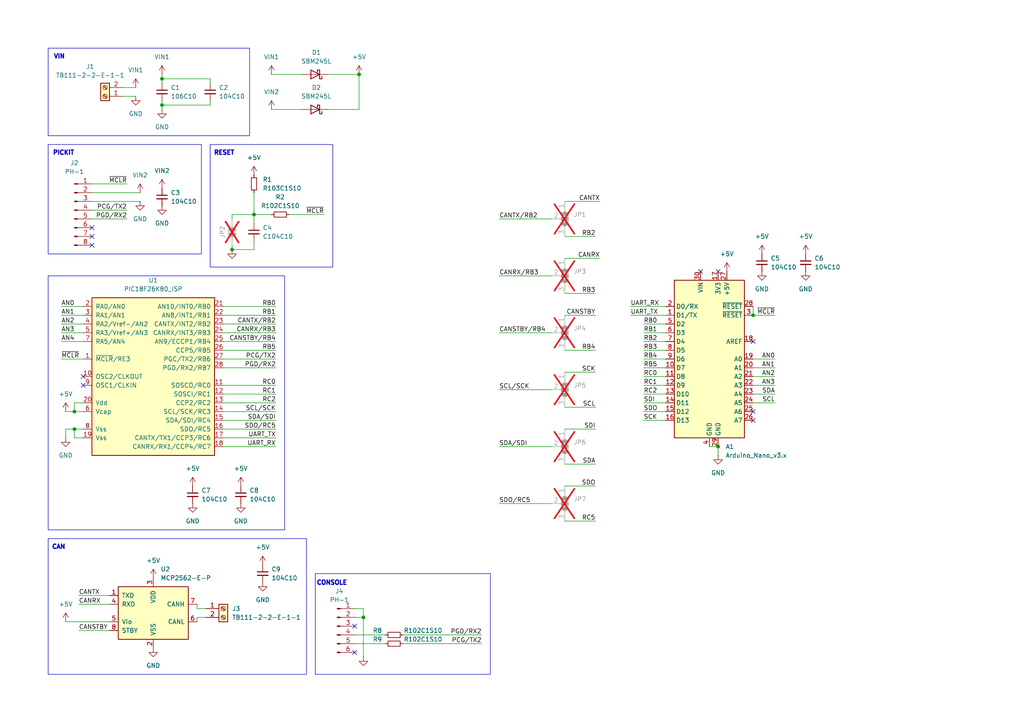
<source format=kicad_sch>
(kicad_sch (version 20250114) (generator "eeschema") (generator_version "9.0")
  (paper "A4")
  (lib_symbols
    (symbol "01_Akizuki:TB111-2-2-X-1-1" (pin_names (offset 1.016) (hide yes))
      (property "Reference" "J" (at 0 2.54 0))
      (property "Value" "TB111-2-2-X-1-1" (at 0 -5.08 0))
      (symbol "TB111-2-2-X-1-1_1_1"
        (rectangle (start -1.27 1.27) (end 1.27 -3.81) (stroke (width 0.254)) (fill (type background)))
        (polyline (pts (xy -0.5334 0.3302) (xy 0.3302 -0.508)) (stroke (width 0.1524)))
        (polyline (pts (xy -0.5334 -2.2098) (xy 0.3302 -3.048)) (stroke (width 0.1524)))
        (polyline (pts (xy -0.3556 0.508) (xy 0.508 -0.3302)) (stroke (width 0.1524)))
        (polyline (pts (xy -0.3556 -2.032) (xy 0.508 -2.8702)) (stroke (width 0.1524)))
        (circle (center 0 0) (radius 0.635) (stroke (width 0.1524)))
        (circle (center 0 -2.54) (radius 0.635) (stroke (width 0.1524)))
        (pin passive line (at -5.08 0 0) (length 3.81) (name "Pin_1") (number "1"))
        (pin passive line (at -5.08 -2.54 0) (length 3.81) (name "Pin_2") (number "2"))
      )
    )
    (symbol "Connector:Conn_01x06_Pin" (pin_names (offset 1.016) (hide yes))
      (property "Reference" "J" (at 0 7.62 0))
      (property "Value" "Conn_01x06_Pin" (at 0 -10.16 0))
      (symbol "Conn_01x06_Pin_1_1"
        (rectangle (start 0.8636 5.207) (end 0 4.953) (stroke (width 0.1524)) (fill (type outline)))
        (rectangle (start 0.8636 2.667) (end 0 2.413) (stroke (width 0.1524)) (fill (type outline)))
        (rectangle (start 0.8636 0.127) (end 0 -0.127) (stroke (width 0.1524)) (fill (type outline)))
        (rectangle (start 0.8636 -2.413) (end 0 -2.667) (stroke (width 0.1524)) (fill (type outline)))
        (rectangle (start 0.8636 -4.953) (end 0 -5.207) (stroke (width 0.1524)) (fill (type outline)))
        (rectangle (start 0.8636 -7.493) (end 0 -7.747) (stroke (width 0.1524)) (fill (type outline)))
        (polyline (pts (xy 1.27 5.08) (xy 0.8636 5.08)) (stroke (width 0.1524)))
        (polyline (pts (xy 1.27 2.54) (xy 0.8636 2.54)) (stroke (width 0.1524)))
        (polyline (pts (xy 1.27 0) (xy 0.8636 0)) (stroke (width 0.1524)))
        (polyline (pts (xy 1.27 -2.54) (xy 0.8636 -2.54)) (stroke (width 0.1524)))
        (polyline (pts (xy 1.27 -5.08) (xy 0.8636 -5.08)) (stroke (width 0.1524)))
        (polyline (pts (xy 1.27 -7.62) (xy 0.8636 -7.62)) (stroke (width 0.1524)))
        (pin passive line (at 5.08 5.08 180) (length 3.81) (name "Pin_1") (number "1"))
        (pin passive line (at 5.08 2.54 180) (length 3.81) (name "Pin_2") (number "2"))
        (pin passive line (at 5.08 0 180) (length 3.81) (name "Pin_3") (number "3"))
        (pin passive line (at 5.08 -2.54 180) (length 3.81) (name "Pin_4") (number "4"))
        (pin passive line (at 5.08 -5.08 180) (length 3.81) (name "Pin_5") (number "5"))
        (pin passive line (at 5.08 -7.62 180) (length 3.81) (name "Pin_6") (number "6"))
      )
    )
    (symbol "Connector:Conn_01x08_Pin" (pin_names (offset 1.016) (hide yes))
      (property "Reference" "J" (at 0 10.16 0))
      (property "Value" "Conn_01x08_Pin" (at 0 -12.7 0))
      (symbol "Conn_01x08_Pin_1_1"
        (rectangle (start 0.8636 7.747) (end 0 7.493) (stroke (width 0.1524)) (fill (type outline)))
        (rectangle (start 0.8636 5.207) (end 0 4.953) (stroke (width 0.1524)) (fill (type outline)))
        (rectangle (start 0.8636 2.667) (end 0 2.413) (stroke (width 0.1524)) (fill (type outline)))
        (rectangle (start 0.8636 0.127) (end 0 -0.127) (stroke (width 0.1524)) (fill (type outline)))
        (rectangle (start 0.8636 -2.413) (end 0 -2.667) (stroke (width 0.1524)) (fill (type outline)))
        (rectangle (start 0.8636 -4.953) (end 0 -5.207) (stroke (width 0.1524)) (fill (type outline)))
        (rectangle (start 0.8636 -7.493) (end 0 -7.747) (stroke (width 0.1524)) (fill (type outline)))
        (rectangle (start 0.8636 -10.033) (end 0 -10.287) (stroke (width 0.1524)) (fill (type outline)))
        (polyline (pts (xy 1.27 7.62) (xy 0.8636 7.62)) (stroke (width 0.1524)))
        (polyline (pts (xy 1.27 5.08) (xy 0.8636 5.08)) (stroke (width 0.1524)))
        (polyline (pts (xy 1.27 2.54) (xy 0.8636 2.54)) (stroke (width 0.1524)))
        (polyline (pts (xy 1.27 0) (xy 0.8636 0)) (stroke (width 0.1524)))
        (polyline (pts (xy 1.27 -2.54) (xy 0.8636 -2.54)) (stroke (width 0.1524)))
        (polyline (pts (xy 1.27 -5.08) (xy 0.8636 -5.08)) (stroke (width 0.1524)))
        (polyline (pts (xy 1.27 -7.62) (xy 0.8636 -7.62)) (stroke (width 0.1524)))
        (polyline (pts (xy 1.27 -10.16) (xy 0.8636 -10.16)) (stroke (width 0.1524)))
        (pin passive line (at 5.08 7.62 180) (length 3.81) (name "Pin_1") (number "1"))
        (pin passive line (at 5.08 5.08 180) (length 3.81) (name "Pin_2") (number "2"))
        (pin passive line (at 5.08 2.54 180) (length 3.81) (name "Pin_3") (number "3"))
        (pin passive line (at 5.08 0 180) (length 3.81) (name "Pin_4") (number "4"))
        (pin passive line (at 5.08 -2.54 180) (length 3.81) (name "Pin_5") (number "5"))
        (pin passive line (at 5.08 -5.08 180) (length 3.81) (name "Pin_6") (number "6"))
        (pin passive line (at 5.08 -7.62 180) (length 3.81) (name "Pin_7") (number "7"))
        (pin passive line (at 5.08 -10.16 180) (length 3.81) (name "Pin_8") (number "8"))
      )
    )
    (symbol "Device:C_Small" (pin_numbers (hide yes)) (pin_names (offset 0.254) (hide yes))
      (property "Reference" "C" (at 0.254 1.778 0))
      (property "Value" "C_Small" (at 0.254 -2.032 0))
      (symbol "C_Small_0_1"
        (polyline (pts (xy -1.524 0.508) (xy 1.524 0.508)) (stroke (width 0.3048)))
        (polyline (pts (xy -1.524 -0.508) (xy 1.524 -0.508)) (stroke (width 0.3302)))
      )
      (symbol "C_Small_1_1"
        (pin passive line (at 0 2.54 270) (length 2.032) (name "~") (number "1"))
        (pin passive line (at 0 -2.54 90) (length 2.032) (name "~") (number "2"))
      )
    )
    (symbol "Device:D_Schottky" (pin_numbers (hide yes)) (pin_names (offset 1.016) (hide yes))
      (property "Reference" "D" (at 0 2.54 0))
      (property "Value" "D_Schottky" (at 0 -2.54 0))
      (symbol "D_Schottky_0_1"
        (polyline (pts (xy -1.905 0.635) (xy -1.905 1.27) (xy -1.27 1.27) (xy -1.27 -1.27) (xy -0.635 -1.27) (xy -0.635 -0.635)) (stroke (width 0.254)))
        (polyline (pts (xy 1.27 1.27) (xy 1.27 -1.27) (xy -1.27 0) (xy 1.27 1.27)) (stroke (width 0.254)))
        (polyline (pts (xy 1.27 0) (xy -1.27 0)))
      )
      (symbol "D_Schottky_1_1"
        (pin passive line (at -3.81 0 0) (length 2.54) (name "K") (number "1"))
        (pin passive line (at 3.81 0 180) (length 2.54) (name "A") (number "2"))
      )
    )
    (symbol "Device:R_Small" (pin_numbers (hide yes)) (pin_names (offset 0.254) (hide yes))
      (property "Reference" "R" (at 0.762 0.508 0))
      (property "Value" "R_Small" (at 0.762 -1.016 0))
      (symbol "R_Small_0_1"
        (rectangle (start -0.762 1.778) (end 0.762 -1.778) (stroke (width 0.2032)))
      )
      (symbol "R_Small_1_1"
        (pin passive line (at 0 2.54 270) (length 0.762) (name "~") (number "1"))
        (pin passive line (at 0 -2.54 90) (length 0.762) (name "~") (number "2"))
      )
    )
    (symbol "Interface_CAN_LIN:MCP2562-E-P" (pin_names (offset 1.016))
      (property "Reference" "U" (at -10.16 8.89 0))
      (property "Value" "MCP2562-E-P" (at 2.54 8.89 0))
      (symbol "MCP2562-E-P_0_1"
        (rectangle (start -10.16 7.62) (end 10.16 -7.62) (stroke (width 0.254)) (fill (type background)))
      )
      (symbol "MCP2562-E-P_1_1"
        (pin input line (at -12.7 5.08 0) (length 2.54) (name "TXD") (number "1"))
        (pin output line (at -12.7 2.54 0) (length 2.54) (name "RXD") (number "4"))
        (pin power_in line (at -12.7 -2.54 0) (length 2.54) (name "Vio") (number "5"))
        (pin input line (at -12.7 -5.08 0) (length 2.54) (name "STBY") (number "8"))
        (pin power_in line (at 0 10.16 270) (length 2.54) (name "VDD") (number "3"))
        (pin power_in line (at 0 -10.16 90) (length 2.54) (name "VSS") (number "2"))
        (pin bidirectional line (at 12.7 2.54 180) (length 2.54) (name "CANH") (number "7"))
        (pin bidirectional line (at 12.7 -2.54 180) (length 2.54) (name "CANL") (number "6"))
      )
    )
    (symbol "Jumper:SolderJumper_2_Open" (pin_numbers (hide yes)) (pin_names (offset 0) (hide yes)) (in_bom no)
      (property "Reference" "JP" (at 0 2.032 0))
      (property "Value" "SolderJumper_2_Open" (at 0 -2.54 0))
      (symbol "SolderJumper_2_Open_0_1"
        (polyline (pts (xy -0.254 1.016) (xy -0.254 -1.016)))
        (arc (start -0.254 -1.016) (mid -1.2656 0) (end -0.254 1.016))
        (arc (start -0.254 -1.016) (mid -1.2656 0) (end -0.254 1.016) (fill (type outline)))
        (arc (start 0.254 1.016) (mid 1.2656 0) (end 0.254 -1.016))
        (arc (start 0.254 1.016) (mid 1.2656 0) (end 0.254 -1.016) (fill (type outline)))
        (polyline (pts (xy 0.254 1.016) (xy 0.254 -1.016)))
      )
      (symbol "SolderJumper_2_Open_1_1"
        (pin passive line (at -3.81 0 0) (length 2.54) (name "A") (number "1"))
        (pin passive line (at 3.81 0 180) (length 2.54) (name "B") (number "2"))
      )
    )
    (symbol "Jumper:SolderJumper_3_Open" (pin_names (offset 0) (hide yes)) (in_bom no)
      (property "Reference" "JP" (at -2.54 -2.54 0))
      (property "Value" "SolderJumper_3_Open" (at 0 2.794 0))
      (symbol "SolderJumper_3_Open_0_1"
        (polyline (pts (xy -2.54 0) (xy -2.032 0)))
        (polyline (pts (xy -1.016 1.016) (xy -1.016 -1.016)))
        (arc (start -1.016 -1.016) (mid -2.0276 0) (end -1.016 1.016))
        (arc (start -1.016 -1.016) (mid -2.0276 0) (end -1.016 1.016) (fill (type outline)))
        (rectangle (start -0.508 1.016) (end 0.508 -1.016) (fill (type outline)))
        (polyline (pts (xy 0 -1.27) (xy 0 -1.016)))
        (arc (start 1.016 1.016) (mid 2.0276 0) (end 1.016 -1.016))
        (arc (start 1.016 1.016) (mid 2.0276 0) (end 1.016 -1.016) (fill (type outline)))
        (polyline (pts (xy 1.016 1.016) (xy 1.016 -1.016)))
        (polyline (pts (xy 2.54 0) (xy 2.032 0)))
      )
      (symbol "SolderJumper_3_Open_1_1"
        (pin passive line (at -5.08 0 0) (length 2.54) (name "A") (number "1"))
        (pin passive line (at 0 -3.81 90) (length 2.54) (name "C") (number "2"))
        (pin passive line (at 5.08 0 180) (length 2.54) (name "B") (number "3"))
      )
    )
    (symbol "MCU_Microchip_PIC18:PIC18F26K80_ISS" (pin_names (offset 1.016))
      (property "Reference" "U" (at -17.78 24.13 0))
      (property "Value" "PIC18F26K80_ISS" (at 17.78 24.13 0))
      (symbol "PIC18F26K80_ISS_0_1"
        (rectangle (start -17.78 22.86) (end 17.78 -22.86) (stroke (width 0.254)) (fill (type background)))
      )
      (symbol "PIC18F26K80_ISS_1_1"
        (pin bidirectional line (at -20.32 20.32 0) (length 2.54) (name "RA0/AN0") (number "2"))
        (pin bidirectional line (at -20.32 17.78 0) (length 2.54) (name "RA1/AN1") (number "3"))
        (pin bidirectional line (at -20.32 15.24 0) (length 2.54) (name "RA2/Vref-/AN2") (number "4"))
        (pin bidirectional line (at -20.32 12.7 0) (length 2.54) (name "RA3/Vref+/AN3") (number "5"))
        (pin bidirectional line (at -20.32 10.16 0) (length 2.54) (name "RA5/AN4") (number "7"))
        (pin bidirectional line (at -20.32 5.08 0) (length 2.54) (name "~{MCLR}/RE3") (number "1"))
        (pin input line (at -20.32 0 0) (length 2.54) (name "OSC2/CLKOUT") (number "10"))
        (pin input line (at -20.32 -2.54 0) (length 2.54) (name "OSC1/CLKIN") (number "9"))
        (pin power_in line (at -20.32 -7.62 0) (length 2.54) (name "Vdd") (number "20"))
        (pin power_in line (at -20.32 -10.16 0) (length 2.54) (name "Vcap") (number "6"))
        (pin power_in line (at -20.32 -15.24 0) (length 2.54) (name "Vss") (number "8"))
        (pin power_in line (at -20.32 -17.78 0) (length 2.54) (name "Vss") (number "19"))
        (pin bidirectional line (at 20.32 20.32 180) (length 2.54) (name "AN10/INT0/RB0") (number "21"))
        (pin bidirectional line (at 20.32 17.78 180) (length 2.54) (name "AN8/INT1/RB1") (number "22"))
        (pin bidirectional line (at 20.32 15.24 180) (length 2.54) (name "CANTX/INT2/RB2") (number "23"))
        (pin bidirectional line (at 20.32 12.7 180) (length 2.54) (name "CANRX/INT3/RB3") (number "24"))
        (pin bidirectional line (at 20.32 10.16 180) (length 2.54) (name "AN9/ECCP1/RB4") (number "25"))
        (pin bidirectional line (at 20.32 7.62 180) (length 2.54) (name "CCP5/RB5") (number "26"))
        (pin bidirectional line (at 20.32 5.08 180) (length 2.54) (name "PGC/TX2/RB6") (number "27"))
        (pin bidirectional line (at 20.32 2.54 180) (length 2.54) (name "PGD/RX2/RB7") (number "28"))
        (pin bidirectional line (at 20.32 -2.54 180) (length 2.54) (name "SOSCO/RC0") (number "11"))
        (pin bidirectional line (at 20.32 -5.08 180) (length 2.54) (name "SOSCI/RC1") (number "12"))
        (pin bidirectional line (at 20.32 -7.62 180) (length 2.54) (name "CCP2/RC2") (number "13"))
        (pin bidirectional line (at 20.32 -10.16 180) (length 2.54) (name "SCL/SCK/RC3") (number "14"))
        (pin bidirectional line (at 20.32 -12.7 180) (length 2.54) (name "SDA/SDI/RC4") (number "15"))
        (pin bidirectional line (at 20.32 -15.24 180) (length 2.54) (name "SDO/RC5") (number "16"))
        (pin bidirectional line (at 20.32 -17.78 180) (length 2.54) (name "CANTX/TX1/CCP3/RC6") (number "17"))
        (pin bidirectional line (at 20.32 -20.32 180) (length 2.54) (name "CANRX/RX1/CCP4/RC7") (number "18"))
      )
    )
    (symbol "MCU_Module:Arduino_Nano_v3.x"
      (property "Reference" "A" (at -10.16 23.495 0))
      (property "Value" "Arduino_Nano_v3.x" (at 5.08 -24.13 0))
      (symbol "Arduino_Nano_v3.x_0_1"
        (rectangle (start -10.16 22.86) (end 10.16 -22.86) (stroke (width 0.254)) (fill (type background)))
      )
      (symbol "Arduino_Nano_v3.x_1_1"
        (pin bidirectional line (at -12.7 15.24 0) (length 2.54) (name "D0/RX") (number "2"))
        (pin bidirectional line (at -12.7 12.7 0) (length 2.54) (name "D1/TX") (number "1"))
        (pin bidirectional line (at -12.7 10.16 0) (length 2.54) (name "D2") (number "5"))
        (pin bidirectional line (at -12.7 7.62 0) (length 2.54) (name "D3") (number "6"))
        (pin bidirectional line (at -12.7 5.08 0) (length 2.54) (name "D4") (number "7"))
        (pin bidirectional line (at -12.7 2.54 0) (length 2.54) (name "D5") (number "8"))
        (pin bidirectional line (at -12.7 0 0) (length 2.54) (name "D6") (number "9"))
        (pin bidirectional line (at -12.7 -2.54 0) (length 2.54) (name "D7") (number "10"))
        (pin bidirectional line (at -12.7 -5.08 0) (length 2.54) (name "D8") (number "11"))
        (pin bidirectional line (at -12.7 -7.62 0) (length 2.54) (name "D9") (number "12"))
        (pin bidirectional line (at -12.7 -10.16 0) (length 2.54) (name "D10") (number "13"))
        (pin bidirectional line (at -12.7 -12.7 0) (length 2.54) (name "D11") (number "14"))
        (pin bidirectional line (at -12.7 -15.24 0) (length 2.54) (name "D12") (number "15"))
        (pin bidirectional line (at -12.7 -17.78 0) (length 2.54) (name "D13") (number "16"))
        (pin power_in line (at -2.54 25.4 270) (length 2.54) (name "VIN") (number "30"))
        (pin power_in line (at 0 -25.4 90) (length 2.54) (name "GND") (number "4"))
        (pin power_out line (at 2.54 25.4 270) (length 2.54) (name "3V3") (number "17"))
        (pin power_in line (at 2.54 -25.4 90) (length 2.54) (name "GND") (number "29"))
        (pin power_out line (at 5.08 25.4 270) (length 2.54) (name "+5V") (number "27"))
        (pin input line (at 12.7 15.24 180) (length 2.54) (name "~{RESET}") (number "28"))
        (pin input line (at 12.7 12.7 180) (length 2.54) (name "~{RESET}") (number "3"))
        (pin input line (at 12.7 5.08 180) (length 2.54) (name "AREF") (number "18"))
        (pin bidirectional line (at 12.7 0 180) (length 2.54) (name "A0") (number "19"))
        (pin bidirectional line (at 12.7 -2.54 180) (length 2.54) (name "A1") (number "20"))
        (pin bidirectional line (at 12.7 -5.08 180) (length 2.54) (name "A2") (number "21"))
        (pin bidirectional line (at 12.7 -7.62 180) (length 2.54) (name "A3") (number "22"))
        (pin bidirectional line (at 12.7 -10.16 180) (length 2.54) (name "A4") (number "23"))
        (pin bidirectional line (at 12.7 -12.7 180) (length 2.54) (name "A5") (number "24"))
        (pin bidirectional line (at 12.7 -15.24 180) (length 2.54) (name "A6") (number "25"))
        (pin bidirectional line (at 12.7 -17.78 180) (length 2.54) (name "A7") (number "26"))
      )
    )
    (symbol "power:+5V" (power) (pin_numbers (hide yes)) (pin_names (offset 0) (hide yes))
      (property "Value" "+5V" (at 0 3.556 0))
      (symbol "+5V_0_1"
        (polyline (pts (xy -0.762 1.27) (xy 0 2.54)))
        (polyline (pts (xy 0 2.54) (xy 0.762 1.27)))
        (polyline (pts (xy 0 0) (xy 0 2.54)))
      )
      (symbol "+5V_1_1"
        (pin power_in line (at 0 0 90) (length 0) (name "~") (number "1"))
      )
    )
    (symbol "power:GND" (power) (pin_numbers (hide yes)) (pin_names (offset 0) (hide yes))
      (property "Value" "GND" (at 0 -3.81 0))
      (symbol "GND_0_1"
        (polyline (pts (xy 0 0) (xy 0 -1.27) (xy 1.27 -1.27) (xy 0 -2.54) (xy -1.27 -1.27) (xy 0 -1.27)))
      )
      (symbol "GND_1_1"
        (pin power_in line (at 0 0 270) (length 0) (name "~") (number "1"))
      )
    )
  )
  (rectangle (start 13.97 80.01) (end 82.55 153.67))
  (rectangle (start 13.97 41.91) (end 58.42 73.66))
  (rectangle (start 13.97 156.21) (end 88.9 195.58))
  (rectangle (start 91.44 166.37) (end 142.24 195.58))
  (rectangle (start 60.96 41.91) (end 96.52 77.47))
  (rectangle (start 13.97 13.97) (end 72.39 39.37))
  (text "CAN" (at 17.018 158.75 0) (effects (font (size 1.27 1.27) (thickness 0.508) (bold yes))))
  (text "VIN" (at 15.494 16.51 0) (effects (font (size 1.27 1.27) (thickness 0.508) (bold yes)) (justify left)))
  (text "CONSOLE" (at 96.266 169.164 0) (effects (font (size 1.27 1.27) (thickness 0.508) (bold yes))))
  (text "PICKIT" (at 15.24 44.45 0) (effects (font (size 1.27 1.27) (thickness 0.508) (bold yes)) (justify left)))
  (text "RESET" (at 65.024 44.45 0) (effects (font (size 1.27 1.27) (thickness 0.508) (bold yes))))
  (junction (at 67.31 72.39))
  (junction (at 46.99 22.86))
  (junction (at 21.59 119.38))
  (junction (at 46.99 30.48))
  (junction (at 218.44 91.44))
  (junction (at 104.14 21.59))
  (junction (at 208.28 129.54))
  (junction (at 105.41 179.07))
  (junction (at 21.59 124.46))
  (junction (at 73.66 62.23))
  (no_connect (at 203.2 78.74))
  (no_connect (at 26.67 68.58))
  (no_connect (at 208.28 78.74))
  (no_connect (at 24.13 109.22))
  (no_connect (at 102.87 181.61))
  (no_connect (at 218.44 99.06))
  (no_connect (at 26.67 66.04))
  (no_connect (at 26.67 71.12))
  (no_connect (at 24.13 111.76))
  (no_connect (at 218.44 119.38))
  (no_connect (at 102.87 189.23))
  (no_connect (at 218.44 121.92))
  (wire (pts (xy 186.69 116.84) (xy 193.04 116.84)))
  (wire (pts (xy 57.15 179.07) (xy 59.69 179.07)))
  (wire (pts (xy 26.67 63.5) (xy 36.83 63.5)))
  (wire (pts (xy 193.04 96.52) (xy 186.69 96.52)))
  (wire (pts (xy 144.78 80.01) (xy 160.02 80.01)))
  (wire (pts (xy 144.78 146.05) (xy 160.02 146.05)))
  (wire (pts (xy 163.83 118.11) (xy 172.72 118.11)))
  (wire (pts (xy 163.83 140.97) (xy 172.72 140.97)))
  (wire (pts (xy 21.59 124.46) (xy 24.13 124.46)))
  (wire (pts (xy 21.59 116.84) (xy 24.13 116.84)))
  (wire (pts (xy 78.74 21.59) (xy 87.63 21.59)))
  (wire (pts (xy 218.44 91.44) (xy 224.79 91.44)))
  (wire (pts (xy 144.78 113.03) (xy 160.02 113.03)))
  (wire (pts (xy 17.78 96.52) (xy 24.13 96.52)))
  (wire (pts (xy 46.99 31.75) (xy 46.99 30.48)))
  (wire (pts (xy 21.59 119.38) (xy 24.13 119.38)))
  (wire (pts (xy 46.99 30.48) (xy 60.96 30.48)))
  (wire (pts (xy 67.31 62.23) (xy 67.31 63.5)))
  (wire (pts (xy 102.87 184.15) (xy 111.76 184.15)))
  (wire (pts (xy 22.86 172.72) (xy 31.75 172.72)))
  (wire (pts (xy 64.77 93.98) (xy 80.01 93.98)))
  (wire (pts (xy 95.25 31.75) (xy 104.14 31.75)))
  (wire (pts (xy 64.77 119.38) (xy 80.01 119.38)))
  (wire (pts (xy 105.41 176.53) (xy 105.41 179.07)))
  (wire (pts (xy 21.59 127) (xy 24.13 127)))
  (wire (pts (xy 163.83 107.95) (xy 172.72 107.95)))
  (wire (pts (xy 64.77 88.9) (xy 80.01 88.9)))
  (wire (pts (xy 64.77 124.46) (xy 80.01 124.46)))
  (wire (pts (xy 144.78 129.54) (xy 160.02 129.54)))
  (wire (pts (xy 102.87 176.53) (xy 105.41 176.53)))
  (wire (pts (xy 73.66 62.23) (xy 73.66 64.77)))
  (wire (pts (xy 26.67 58.42) (xy 40.64 58.42)))
  (wire (pts (xy 26.67 60.96) (xy 36.83 60.96)))
  (wire (pts (xy 73.66 62.23) (xy 78.74 62.23)))
  (wire (pts (xy 22.86 182.88) (xy 31.75 182.88)))
  (wire (pts (xy 186.69 106.68) (xy 193.04 106.68)))
  (wire (pts (xy 83.82 62.23) (xy 93.98 62.23)))
  (wire (pts (xy 208.28 129.54) (xy 208.28 132.08)))
  (wire (pts (xy 73.66 69.85) (xy 73.66 72.39)))
  (wire (pts (xy 19.05 124.46) (xy 21.59 124.46)))
  (wire (pts (xy 17.78 104.14) (xy 24.13 104.14)))
  (wire (pts (xy 46.99 22.86) (xy 60.96 22.86)))
  (wire (pts (xy 163.83 85.09) (xy 172.72 85.09)))
  (wire (pts (xy 102.87 179.07) (xy 105.41 179.07)))
  (wire (pts (xy 224.79 106.68) (xy 218.44 106.68)))
  (wire (pts (xy 46.99 21.59) (xy 46.99 22.86)))
  (wire (pts (xy 163.83 151.13) (xy 172.72 151.13)))
  (wire (pts (xy 26.67 55.88) (xy 40.64 55.88)))
  (wire (pts (xy 64.77 96.52) (xy 80.01 96.52)))
  (wire (pts (xy 64.77 116.84) (xy 80.01 116.84)))
  (wire (pts (xy 193.04 93.98) (xy 186.69 93.98)))
  (wire (pts (xy 64.77 121.92) (xy 80.01 121.92)))
  (wire (pts (xy 35.56 25.4) (xy 39.37 25.4)))
  (wire (pts (xy 64.77 111.76) (xy 80.01 111.76)))
  (wire (pts (xy 60.96 30.48) (xy 60.96 29.21)))
  (wire (pts (xy 17.78 93.98) (xy 24.13 93.98)))
  (wire (pts (xy 95.25 21.59) (xy 104.14 21.59)))
  (wire (pts (xy 64.77 104.14) (xy 80.01 104.14)))
  (wire (pts (xy 21.59 116.84) (xy 21.59 119.38)))
  (wire (pts (xy 193.04 91.44) (xy 182.88 91.44)))
  (wire (pts (xy 64.77 101.6) (xy 80.01 101.6)))
  (wire (pts (xy 218.44 91.44) (xy 218.44 88.9)))
  (wire (pts (xy 224.79 116.84) (xy 218.44 116.84)))
  (wire (pts (xy 57.15 176.53) (xy 59.69 176.53)))
  (wire (pts (xy 17.78 88.9) (xy 24.13 88.9)))
  (wire (pts (xy 193.04 104.14) (xy 186.69 104.14)))
  (wire (pts (xy 64.77 99.06) (xy 80.01 99.06)))
  (wire (pts (xy 64.77 91.44) (xy 80.01 91.44)))
  (wire (pts (xy 64.77 127) (xy 80.01 127)))
  (wire (pts (xy 67.31 62.23) (xy 73.66 62.23)))
  (wire (pts (xy 64.77 106.68) (xy 80.01 106.68)))
  (wire (pts (xy 186.69 121.92) (xy 193.04 121.92)))
  (wire (pts (xy 193.04 111.76) (xy 186.69 111.76)))
  (wire (pts (xy 105.41 179.07) (xy 105.41 190.5)))
  (wire (pts (xy 163.83 124.46) (xy 172.72 124.46)))
  (wire (pts (xy 193.04 99.06) (xy 186.69 99.06)))
  (wire (pts (xy 163.83 58.42) (xy 173.99 58.42)))
  (wire (pts (xy 163.83 91.44) (xy 172.72 91.44)))
  (wire (pts (xy 17.78 91.44) (xy 24.13 91.44)))
  (wire (pts (xy 116.84 184.15) (xy 139.7 184.15)))
  (wire (pts (xy 35.56 27.94) (xy 39.37 27.94)))
  (wire (pts (xy 224.79 111.76) (xy 218.44 111.76)))
  (wire (pts (xy 60.96 22.86) (xy 60.96 24.13)))
  (wire (pts (xy 104.14 21.59) (xy 104.14 31.75)))
  (wire (pts (xy 224.79 114.3) (xy 218.44 114.3)))
  (wire (pts (xy 73.66 55.88) (xy 73.66 62.23)))
  (wire (pts (xy 163.83 74.93) (xy 173.99 74.93)))
  (wire (pts (xy 186.69 119.38) (xy 193.04 119.38)))
  (wire (pts (xy 19.05 119.38) (xy 21.59 119.38)))
  (wire (pts (xy 46.99 30.48) (xy 46.99 29.21)))
  (wire (pts (xy 163.83 134.62) (xy 172.72 134.62)))
  (wire (pts (xy 102.87 186.69) (xy 111.76 186.69)))
  (wire (pts (xy 78.74 31.75) (xy 87.63 31.75)))
  (wire (pts (xy 22.86 175.26) (xy 31.75 175.26)))
  (wire (pts (xy 21.59 124.46) (xy 21.59 127)))
  (wire (pts (xy 64.77 129.54) (xy 80.01 129.54)))
  (wire (pts (xy 46.99 22.86) (xy 46.99 24.13)))
  (wire (pts (xy 67.31 72.39) (xy 67.31 71.12)))
  (wire (pts (xy 19.05 180.34) (xy 31.75 180.34)))
  (wire (pts (xy 17.78 99.06) (xy 24.13 99.06)))
  (wire (pts (xy 64.77 114.3) (xy 80.01 114.3)))
  (wire (pts (xy 57.15 180.34) (xy 57.15 179.07)))
  (wire (pts (xy 57.15 175.26) (xy 57.15 176.53)))
  (wire (pts (xy 224.79 109.22) (xy 218.44 109.22)))
  (wire (pts (xy 205.74 129.54) (xy 208.28 129.54)))
  (wire (pts (xy 163.83 68.58) (xy 172.72 68.58)))
  (wire (pts (xy 26.67 53.34) (xy 36.83 53.34)))
  (wire (pts (xy 163.83 101.6) (xy 172.72 101.6)))
  (wire (pts (xy 224.79 104.14) (xy 218.44 104.14)))
  (wire (pts (xy 160.02 96.52) (xy 144.78 96.52)))
  (wire (pts (xy 193.04 114.3) (xy 186.69 114.3)))
  (wire (pts (xy 193.04 88.9) (xy 182.88 88.9)))
  (wire (pts (xy 116.84 186.69) (xy 139.7 186.69)))
  (wire (pts (xy 193.04 101.6) (xy 186.69 101.6)))
  (wire (pts (xy 67.31 72.39) (xy 73.66 72.39)))
  (wire (pts (xy 19.05 124.46) (xy 19.05 127)))
  (wire (pts (xy 144.78 63.5) (xy 160.02 63.5)))
  (wire (pts (xy 193.04 109.22) (xy 186.69 109.22)))
  (label "RB3" (at 172.72 85.09 180))
  (label "RC2" (at 186.69 114.3 0))
  (label "RC0" (at 80.01 111.76 180))
  (label "~{MCLR}" (at 36.83 53.34 180))
  (label "SCL" (at 172.72 118.11 180))
  (label "SDA{slash}SDI" (at 80.01 121.92 180))
  (label "AN2" (at 224.79 109.22 180))
  (label "PCG{slash}TX2" (at 36.83 60.96 180))
  (label "UART_TX" (at 80.01 127 180))
  (label "CANSTBY" (at 22.86 182.88 0))
  (label "PGD{slash}RX2" (at 36.83 63.5 180))
  (label "SDO" (at 172.72 140.97 180))
  (label "RB0" (at 80.01 88.9 180))
  (label "RB2" (at 186.69 99.06 0))
  (label "AN3" (at 224.79 111.76 180))
  (label "AN1" (at 17.78 91.44 0))
  (label "PCG{slash}TX2" (at 80.01 104.14 180))
  (label "UART_RX" (at 80.01 129.54 180))
  (label "SDI" (at 172.72 124.46 180))
  (label "CANTX" (at 173.99 58.42 180))
  (label "~{MCLR}" (at 17.78 104.14 0))
  (label "RC5" (at 172.72 151.13 180))
  (label "CANSTBY" (at 172.72 91.44 180))
  (label "RB4" (at 172.72 101.6 180))
  (label "SCK" (at 172.72 107.95 180))
  (label "SCL{slash}SCK" (at 80.01 119.38 180))
  (label "RB0" (at 186.69 93.98 0))
  (label "RB1" (at 80.01 91.44 180))
  (label "SDI" (at 186.69 116.84 0))
  (label "UART_RX" (at 182.88 88.9 0))
  (label "~{MCLR}" (at 93.98 62.23 180))
  (label "PCG{slash}TX2" (at 139.7 186.69 180))
  (label "SDO{slash}RC5" (at 80.01 124.46 180))
  (label "SDO" (at 186.69 119.38 0))
  (label "SCL" (at 224.79 116.84 180))
  (label "SCL{slash}SCK" (at 144.78 113.03 0))
  (label "CANRX" (at 22.86 175.26 0))
  (label "RB1" (at 186.69 96.52 0))
  (label "RC1" (at 186.69 111.76 0))
  (label "RC0" (at 186.69 109.22 0))
  (label "SDA" (at 172.72 134.62 180))
  (label "RC2" (at 80.01 116.84 180))
  (label "SCK" (at 186.69 121.92 0))
  (label "CANSTBY{slash}RB4" (at 80.01 99.06 180))
  (label "RB2" (at 172.72 68.58 180))
  (label "CANTX{slash}RB2" (at 80.01 93.98 180))
  (label "~{MCLR}" (at 224.79 91.44 180))
  (label "CANRX" (at 173.99 74.93 180))
  (label "AN0" (at 17.78 88.9 0))
  (label "CANSTBY{slash}RB4" (at 144.78 96.52 0))
  (label "CANTX" (at 22.86 172.72 0))
  (label "CANTX{slash}RB2" (at 144.78 63.5 0))
  (label "PGD{slash}RX2" (at 80.01 106.68 180))
  (label "AN4" (at 17.78 99.06 0))
  (label "CANRX{slash}RB3" (at 80.01 96.52 180))
  (label "RB3" (at 186.69 101.6 0))
  (label "PGD{slash}RX2" (at 139.7 184.15 180))
  (label "SDA" (at 224.79 114.3 180))
  (label "SDA{slash}SDI" (at 144.78 129.54 0))
  (label "CANRX{slash}RB3" (at 144.78 80.01 0))
  (label "RC1" (at 80.01 114.3 180))
  (label "AN0" (at 224.79 104.14 180))
  (label "RB5" (at 186.69 106.68 0))
  (label "UART_TX" (at 182.88 91.44 0))
  (label "AN2" (at 17.78 93.98 0))
  (label "AN3" (at 17.78 96.52 0))
  (label "RB5" (at 80.01 101.6 180))
  (label "SDO{slash}RC5" (at 144.78 146.05 0))
  (label "AN1" (at 224.79 106.68 180))
  (label "RB4" (at 186.69 104.14 0))
  (symbol (lib_id "Device:C_Small") (at 69.85 143.51 0) (unit 1)
    (property "Reference" "C8" (at 72.39 142.2462 0) (effects (justify left)))
    (property "Value" "104C10" (at 72.39 144.7862 0) (effects (justify left)))
    (property "Footprint" "Capacitor_THT:C_Disc_D6.0mm_W4.4mm_P5.00mm" (effects (hide yes)))
    (property "Description" "Unpolarized capacitor, small symbol" (effects (hide yes)))
  )
  (symbol (lib_id "power:+5V") (at 46.99 54.61 0) (unit 1)
    (property "Reference" "#PWR09" (effects (hide yes)))
    (property "Value" "VIN2" (at 46.99 49.53 0))
    (property "Description" "Power symbol creates a global label with name \"+5V\"" (effects (hide yes)))
  )
  (symbol (lib_id "MCU_Microchip_PIC18:PIC18F26K80_ISS") (at 44.45 109.22 0) (unit 1)
    (property "Reference" "U1" (at 44.45 81.28 0))
    (property "Value" "PIC18F26K80_ISP" (at 44.45 83.82 0))
    (property "Footprint" "Package_DIP:DIP-28_W7.62mm" (effects (hide yes)))
    (property "Datasheet" "http://ww1.microchip.com/downloads/en/DeviceDoc/39977f.pdf" (effects (hide yes)))
    (property "Description" "64K Flash, 3.5K RAM, 1K EEPROM PIC18 Microcontroller ADC PWM CAN SPI I2C USART in SSOP28 package" (effects (hide yes)))
  )
  (symbol (lib_id "Device:C_Small") (at 46.99 57.15 0) (unit 1)
    (property "Reference" "C3" (at 49.53 55.8862 0) (effects (justify left)))
    (property "Value" "104C10" (at 49.53 58.4262 0) (effects (justify left)))
    (property "Footprint" "Capacitor_THT:C_Disc_D6.0mm_W4.4mm_P5.00mm" (effects (hide yes)))
    (property "Description" "Unpolarized capacitor, small symbol" (effects (hide yes)))
  )
  (symbol (lib_id "01_Akizuki:TB111-2-2-X-1-1") (at 64.77 176.53 0) (unit 1)
    (property "Reference" "J3" (at 67.31 176.5299 0) (effects (justify left)))
    (property "Value" "TB111-2-2-E-1-1" (at 67.31 179.0699 0) (effects (justify left)))
    (property "Footprint" "01_Akizuki:TB111-2-2-X-1-1" (effects (hide yes)))
    (property "Datasheet" "https://akizukidenshi.com/goodsaffix/TB111-2-x-x-x-x.pdf" (effects (hide yes)))
    (property "Description" "Generic screw terminal, single row, 01x02, script generated (kicad-library-utils/schlib/autogen/connector/)" (effects (hide yes)))
  )
  (symbol (lib_id "power:+5V") (at 39.37 25.4 0) (unit 1)
    (property "Reference" "#PWR04" (effects (hide yes)))
    (property "Value" "VIN1" (at 39.37 20.32 0))
    (property "Description" "Power symbol creates a global label with name \"+5V\"" (effects (hide yes)))
  )
  (symbol (lib_id "Jumper:SolderJumper_3_Open") (at 163.83 129.54 270) (unit 1) (in_bom no) (dnp yes)
    (property "Reference" "JP6" (at 166.37 128.2699 90) (effects (justify left)))
    (property "Value" "SolderJumper_3_Open" (effects (hide yes)))
    (property "Footprint" "Jumper:SolderJumper-3_P1.3mm_Open_RoundedPad1.0x1.5mm" (effects (hide yes)))
    (property "Description" "Solder Jumper, 3-pole, open" (effects (hide yes)))
  )
  (symbol (lib_id "power:+5V") (at 73.66 50.8 0) (unit 1)
    (property "Reference" "#PWR08" (effects (hide yes)))
    (property "Value" "+5V" (at 73.66 45.72 0))
    (property "Description" "Power symbol creates a global label with name \"+5V\"" (effects (hide yes)))
  )
  (symbol (lib_id "Device:C_Small") (at 76.2 166.37 0) (unit 1)
    (property "Reference" "C9" (at 78.74 165.1062 0) (effects (justify left)))
    (property "Value" "104C10" (at 78.74 167.6462 0) (effects (justify left)))
    (property "Footprint" "Capacitor_THT:C_Disc_D6.0mm_W4.4mm_P5.00mm" (effects (hide yes)))
    (property "Description" "Unpolarized capacitor, small symbol" (effects (hide yes)))
  )
  (symbol (lib_id "power:GND") (at 208.28 132.08 0) (unit 1)
    (property "Reference" "#PWR021" (effects (hide yes)))
    (property "Value" "GND" (at 208.28 137.16 0))
    (property "Description" "Power symbol creates a global label with name \"GND\" , ground" (effects (hide yes)))
  )
  (symbol (lib_id "power:GND") (at 19.05 127 0) (unit 1)
    (property "Reference" "#PWR020" (effects (hide yes)))
    (property "Value" "GND" (at 19.05 132.08 0))
    (property "Description" "Power symbol creates a global label with name \"GND\" , ground" (effects (hide yes)))
  )
  (symbol (lib_id "power:+5V") (at 55.88 140.97 0) (unit 1)
    (property "Reference" "#PWR022" (effects (hide yes)))
    (property "Value" "+5V" (at 55.88 135.89 0))
    (property "Description" "Power symbol creates a global label with name \"+5V\"" (effects (hide yes)))
  )
  (symbol (lib_id "01_Akizuki:TB111-2-2-X-1-1") (at 30.48 27.94 180) (unit 1)
    (property "Reference" "J1" (at 26.162 19.304 0))
    (property "Value" "TB111-2-2-E-1-1" (at 26.162 21.844 0))
    (property "Footprint" "01_Akizuki:TB111-2-2-X-1-1" (effects (hide yes)))
    (property "Datasheet" "https://akizukidenshi.com/goodsaffix/TB111-2-x-x-x-x.pdf" (effects (hide yes)))
    (property "Description" "Generic screw terminal, single row, 01x02, script generated (kicad-library-utils/schlib/autogen/connector/)" (effects (hide yes)))
  )
  (symbol (lib_id "power:+5V") (at 220.98 73.66 0) (unit 1)
    (property "Reference" "#PWR014" (effects (hide yes)))
    (property "Value" "+5V" (at 220.98 68.58 0))
    (property "Description" "Power symbol creates a global label with name \"+5V\"" (effects (hide yes)))
  )
  (symbol (lib_id "Device:C_Small") (at 73.66 67.31 0) (unit 1)
    (property "Reference" "C4" (at 76.2 66.0462 0) (effects (justify left)))
    (property "Value" "C104C10" (at 76.2 68.5862 0) (effects (justify left)))
    (property "Footprint" "Capacitor_SMD:C_0402_1005Metric" (effects (hide yes)))
    (property "Description" "Unpolarized capacitor, small symbol" (effects (hide yes)))
    (property "Type" "GRM155R71A104KA01D" (effects (hide yes)))
  )
  (symbol (lib_id "Device:R_Small") (at 73.66 53.34 0) (unit 1)
    (property "Reference" "R1" (at 76.2 52.0699 0) (effects (justify left)))
    (property "Value" "R103C1S10" (at 76.2 54.6099 0) (effects (justify left)))
    (property "Footprint" "Resistor_THT:R_Axial_DIN0207_L6.3mm_D2.5mm_P2.54mm_Vertical" (effects (hide yes)))
    (property "Description" "Resistor, small symbol" (effects (hide yes)))
    (property "Type" "RK73B1JTTD103J" (effects (hide yes)))
  )
  (symbol (lib_id "Device:C_Small") (at 60.96 26.67 0) (unit 1)
    (property "Reference" "C2" (at 63.5 25.4062 0) (effects (justify left)))
    (property "Value" "104C10" (at 63.5 27.9462 0) (effects (justify left)))
    (property "Footprint" "Capacitor_THT:C_Disc_D6.0mm_W4.4mm_P5.00mm" (effects (hide yes)))
    (property "Description" "Unpolarized capacitor, small symbol" (effects (hide yes)))
  )
  (symbol (lib_id "power:+5V") (at 44.45 167.64 0) (unit 1)
    (property "Reference" "#PWR027" (effects (hide yes)))
    (property "Value" "+5V" (at 44.45 162.56 0))
    (property "Description" "Power symbol creates a global label with name \"+5V\"" (effects (hide yes)))
  )
  (symbol (lib_id "power:+5V") (at 233.68 73.66 0) (unit 1)
    (property "Reference" "#PWR015" (effects (hide yes)))
    (property "Value" "+5V" (at 233.68 68.58 0))
    (property "Description" "Power symbol creates a global label with name \"+5V\"" (effects (hide yes)))
  )
  (symbol (lib_id "Device:D_Schottky") (at 91.44 31.75 180) (unit 1)
    (property "Reference" "D2" (at 91.7575 25.4 0))
    (property "Value" "SBM245L" (at 91.7575 27.94 0))
    (property "Footprint" "Diode_THT:D_A-405_P10.16mm_Horizontal" (effects (hide yes)))
    (property "Description" "Schottky diode" (effects (hide yes)))
  )
  (symbol (lib_id "power:GND") (at 39.37 27.94 0) (unit 1)
    (property "Reference" "#PWR05" (effects (hide yes)))
    (property "Value" "GND" (at 39.37 33.02 0))
    (property "Description" "Power symbol creates a global label with name \"GND\" , ground" (effects (hide yes)))
  )
  (symbol (lib_id "Jumper:SolderJumper_3_Open") (at 163.83 80.01 270) (unit 1) (in_bom no) (dnp yes)
    (property "Reference" "JP3" (at 166.37 78.7399 90) (effects (justify left)))
    (property "Value" "SolderJumper_3_Open" (effects (hide yes)))
    (property "Footprint" "Jumper:SolderJumper-3_P1.3mm_Open_RoundedPad1.0x1.5mm" (effects (hide yes)))
    (property "Description" "Solder Jumper, 3-pole, open" (effects (hide yes)))
  )
  (symbol (lib_id "power:GND") (at 220.98 78.74 0) (unit 1)
    (property "Reference" "#PWR017" (effects (hide yes)))
    (property "Value" "GND" (at 220.98 83.82 0))
    (property "Description" "Power symbol creates a global label with name \"GND\" , ground" (effects (hide yes)))
  )
  (symbol (lib_id "power:GND") (at 67.31 72.39 0) (unit 1)
    (property "Reference" "#PWR013" (effects (hide yes)))
    (property "Value" "GND" (effects (hide yes)))
    (property "Description" "Power symbol creates a global label with name \"GND\" , ground" (effects (hide yes)))
  )
  (symbol (lib_id "Connector:Conn_01x08_Pin") (at 21.59 60.96 0) (unit 1)
    (property "Reference" "J2" (at 21.59 47.244 0))
    (property "Value" "PH-1" (at 21.59 49.784 0))
    (property "Footprint" "Connector_PinHeader_2.54mm:PinHeader_1x08_P2.54mm_Vertical" (effects (hide yes)))
    (property "Description" "Generic connector, single row, 01x08, script generated" (effects (hide yes)))
  )
  (symbol (lib_id "Device:R_Small") (at 81.28 62.23 90) (unit 1)
    (property "Reference" "R2" (at 81.28 57.15 90))
    (property "Value" "R102C1S10" (at 81.28 59.69 90))
    (property "Footprint" "Resistor_THT:R_Axial_DIN0207_L6.3mm_D2.5mm_P2.54mm_Vertical" (effects (hide yes)))
    (property "Description" "Resistor, small symbol" (effects (hide yes)))
    (property "Type" "RK73B1JTTD102J" (effects (hide yes)))
  )
  (symbol (lib_id "power:GND") (at 55.88 146.05 0) (unit 1)
    (property "Reference" "#PWR024" (effects (hide yes)))
    (property "Value" "GND" (at 55.88 151.13 0))
    (property "Description" "Power symbol creates a global label with name \"GND\" , ground" (effects (hide yes)))
  )
  (symbol (lib_id "power:GND") (at 233.68 78.74 0) (unit 1)
    (property "Reference" "#PWR018" (effects (hide yes)))
    (property "Value" "GND" (at 233.68 83.82 0))
    (property "Description" "Power symbol creates a global label with name \"GND\" , ground" (effects (hide yes)))
  )
  (symbol (lib_id "Device:C_Small") (at 233.68 76.2 0) (unit 1)
    (property "Reference" "C6" (at 236.22 74.9362 0) (effects (justify left)))
    (property "Value" "104C10" (at 236.22 77.4762 0) (effects (justify left)))
    (property "Footprint" "Capacitor_THT:C_Disc_D6.0mm_W4.4mm_P5.00mm" (effects (hide yes)))
    (property "Description" "Unpolarized capacitor, small symbol" (effects (hide yes)))
  )
  (symbol (lib_id "power:GND") (at 44.45 187.96 0) (unit 1)
    (property "Reference" "#PWR030" (effects (hide yes)))
    (property "Value" "GND" (at 44.45 193.04 0))
    (property "Description" "Power symbol creates a global label with name \"GND\" , ground" (effects (hide yes)))
  )
  (symbol (lib_id "power:GND") (at 76.2 168.91 0) (unit 1)
    (property "Reference" "#PWR028" (effects (hide yes)))
    (property "Value" "GND" (at 76.2 173.99 0))
    (property "Description" "Power symbol creates a global label with name \"GND\" , ground" (effects (hide yes)))
  )
  (symbol (lib_id "Device:C_Small") (at 46.99 26.67 0) (unit 1)
    (property "Reference" "C1" (at 49.53 25.4062 0) (effects (justify left)))
    (property "Value" "106C10" (at 49.53 27.9462 0) (effects (justify left)))
    (property "Footprint" "Capacitor_THT:C_Disc_D6.0mm_W4.4mm_P5.00mm" (effects (hide yes)))
    (property "Description" "Unpolarized capacitor, small symbol" (effects (hide yes)))
  )
  (symbol (lib_id "Jumper:SolderJumper_3_Open") (at 163.83 63.5 270) (unit 1) (in_bom no) (dnp yes)
    (property "Reference" "JP1" (at 166.37 62.2299 90) (effects (justify left)))
    (property "Value" "SolderJumper_3_Open" (effects (hide yes)))
    (property "Footprint" "Jumper:SolderJumper-3_P1.3mm_Open_RoundedPad1.0x1.5mm" (effects (hide yes)))
    (property "Description" "Solder Jumper, 3-pole, open" (effects (hide yes)))
  )
  (symbol (lib_id "power:+5V") (at 78.74 21.59 0) (unit 1)
    (property "Reference" "#PWR02" (effects (hide yes)))
    (property "Value" "VIN1" (at 78.74 16.51 0))
    (property "Description" "Power symbol creates a global label with name \"+5V\"" (effects (hide yes)))
  )
  (symbol (lib_id "power:GND") (at 105.41 190.5 0) (unit 1)
    (property "Reference" "#PWR031" (effects (hide yes)))
    (property "Value" "GND" (effects (hide yes)))
    (property "Description" "Power symbol creates a global label with name \"GND\" , ground" (effects (hide yes)))
  )
  (symbol (lib_id "power:+5V") (at 69.85 140.97 0) (unit 1)
    (property "Reference" "#PWR023" (effects (hide yes)))
    (property "Value" "+5V" (at 69.85 135.89 0))
    (property "Description" "Power symbol creates a global label with name \"+5V\"" (effects (hide yes)))
  )
  (symbol (lib_id "MCU_Module:Arduino_Nano_v3.x") (at 205.74 104.14 0) (unit 1)
    (property "Reference" "A1" (at 210.4233 129.54 0) (effects (justify left)))
    (property "Value" "Arduino_Nano_v3.x" (at 210.4233 132.08 0) (effects (justify left)))
    (property "Footprint" "Module:Arduino_Nano" (effects (hide yes)))
    (property "Datasheet" "http://www.mouser.com/pdfdocs/Gravitech_Arduino_Nano3_0.pdf" (effects (hide yes)))
    (property "Description" "Arduino Nano v3.x" (effects (hide yes)))
  )
  (symbol (lib_id "Jumper:SolderJumper_3_Open") (at 163.83 113.03 270) (unit 1) (in_bom no) (dnp yes)
    (property "Reference" "JP5" (at 166.37 111.7599 90) (effects (justify left)))
    (property "Value" "SolderJumper_3_Open" (effects (hide yes)))
    (property "Footprint" "Jumper:SolderJumper-3_P1.3mm_Open_RoundedPad1.0x1.5mm" (effects (hide yes)))
    (property "Description" "Solder Jumper, 3-pole, open" (effects (hide yes)))
  )
  (symbol (lib_id "power:+5V") (at 104.14 21.59 0) (unit 1)
    (property "Reference" "#PWR03" (effects (hide yes)))
    (property "Value" "+5V" (at 104.14 16.51 0))
    (property "Description" "Power symbol creates a global label with name \"+5V\"" (effects (hide yes)))
  )
  (symbol (lib_id "Device:R_Small") (at 114.3 186.69 90) (unit 1)
    (property "Reference" "R9" (at 109.474 185.42 90))
    (property "Value" "R102C1S10" (at 117.094 185.42 90) (effects (justify right)))
    (property "Footprint" "Resistor_SMD:R_0603_1608Metric" (effects (hide yes)))
    (property "Description" "Resistor, small symbol" (effects (hide yes)))
    (property "Type" "RK73B1JTTD220J" (effects (hide yes)))
  )
  (symbol (lib_id "Jumper:SolderJumper_3_Open") (at 163.83 146.05 270) (unit 1) (in_bom no) (dnp yes)
    (property "Reference" "JP7" (at 166.37 144.7799 90) (effects (justify left)))
    (property "Value" "SolderJumper_3_Open" (effects (hide yes)))
    (property "Footprint" "Jumper:SolderJumper-3_P1.3mm_Open_RoundedPad1.0x1.5mm" (effects (hide yes)))
    (property "Description" "Solder Jumper, 3-pole, open" (effects (hide yes)))
  )
  (symbol (lib_id "Device:C_Small") (at 55.88 143.51 0) (unit 1)
    (property "Reference" "C7" (at 58.42 142.2462 0) (effects (justify left)))
    (property "Value" "104C10" (at 58.42 144.7862 0) (effects (justify left)))
    (property "Footprint" "Capacitor_THT:C_Disc_D6.0mm_W4.4mm_P5.00mm" (effects (hide yes)))
    (property "Description" "Unpolarized capacitor, small symbol" (effects (hide yes)))
  )
  (symbol (lib_id "Device:C_Small") (at 220.98 76.2 0) (unit 1)
    (property "Reference" "C5" (at 223.52 74.9362 0) (effects (justify left)))
    (property "Value" "104C10" (at 223.52 77.4762 0) (effects (justify left)))
    (property "Footprint" "Capacitor_THT:C_Disc_D6.0mm_W4.4mm_P5.00mm" (effects (hide yes)))
    (property "Description" "Unpolarized capacitor, small symbol" (effects (hide yes)))
  )
  (symbol (lib_id "power:+5V") (at 210.82 78.74 0) (unit 1)
    (property "Reference" "#PWR016" (effects (hide yes)))
    (property "Value" "+5V" (at 210.82 73.66 0))
    (property "Description" "Power symbol creates a global label with name \"+5V\"" (effects (hide yes)))
  )
  (symbol (lib_id "Jumper:SolderJumper_3_Open") (at 163.83 96.52 270) (unit 1) (in_bom no) (dnp yes)
    (property "Reference" "JP4" (at 166.37 95.2499 90) (effects (justify left)))
    (property "Value" "SolderJumper_3_Open" (effects (hide yes)))
    (property "Footprint" "Jumper:SolderJumper-3_P1.3mm_Open_RoundedPad1.0x1.5mm" (effects (hide yes)))
    (property "Description" "Solder Jumper, 3-pole, open" (effects (hide yes)))
  )
  (symbol (lib_id "power:+5V") (at 78.74 31.75 0) (unit 1)
    (property "Reference" "#PWR07" (effects (hide yes)))
    (property "Value" "VIN2" (at 78.74 26.67 0))
    (property "Description" "Power symbol creates a global label with name \"+5V\"" (effects (hide yes)))
  )
  (symbol (lib_id "power:+5V") (at 19.05 119.38 0) (unit 1)
    (property "Reference" "#PWR019" (effects (hide yes)))
    (property "Value" "+5V" (at 19.05 114.3 0))
    (property "Description" "Power symbol creates a global label with name \"+5V\"" (effects (hide yes)))
  )
  (symbol (lib_id "Jumper:SolderJumper_2_Open") (at 67.31 67.31 90) (unit 1) (in_bom no) (dnp yes)
    (property "Reference" "JP2" (at 64.516 67.31 0))
    (property "Value" "SolderJumper_2_Open" (effects (hide yes)))
    (property "Footprint" "Jumper:SolderJumper-2_P1.3mm_Open_RoundedPad1.0x1.5mm" (effects (hide yes)))
    (property "Description" "Solder Jumper, 2-pole, open" (effects (hide yes)))
  )
  (symbol (lib_id "Interface_CAN_LIN:MCP2562-E-P") (at 44.45 177.8 0) (unit 1)
    (property "Reference" "U2" (at 46.5933 165.1 0) (effects (justify left)))
    (property "Value" "MCP2562-E-P" (at 46.5933 167.64 0) (effects (justify left)))
    (property "Footprint" "Package_DIP:DIP-8_W7.62mm" (effects (hide yes)))
    (property "Datasheet" "http://ww1.microchip.com/downloads/en/DeviceDoc/25167A.pdf" (effects (hide yes)))
    (property "Description" "High-Speed CAN Transceiver, 1Mbps, 5V supply, Vio pin, -40C to +125C, DIP-8" (effects (hide yes)))
  )
  (symbol (lib_id "power:GND") (at 46.99 31.75 0) (unit 1)
    (property "Reference" "#PWR06" (effects (hide yes)))
    (property "Value" "GND" (at 46.99 36.83 0))
    (property "Description" "Power symbol creates a global label with name \"GND\" , ground" (effects (hide yes)))
  )
  (symbol (lib_id "power:GND") (at 69.85 146.05 0) (unit 1)
    (property "Reference" "#PWR025" (effects (hide yes)))
    (property "Value" "GND" (at 69.85 151.13 0))
    (property "Description" "Power symbol creates a global label with name \"GND\" , ground" (effects (hide yes)))
  )
  (symbol (lib_id "power:+5V") (at 19.05 180.34 0) (unit 1)
    (property "Reference" "#PWR029" (effects (hide yes)))
    (property "Value" "+5V" (at 19.05 175.26 0))
    (property "Description" "Power symbol creates a global label with name \"+5V\"" (effects (hide yes)))
  )
  (symbol (lib_id "power:GND") (at 40.64 58.42 0) (unit 1)
    (property "Reference" "#PWR011" (effects (hide yes)))
    (property "Value" "GND" (at 40.64 63.5 0))
    (property "Description" "Power symbol creates a global label with name \"GND\" , ground" (effects (hide yes)))
  )
  (symbol (lib_id "power:+5V") (at 46.99 21.59 0) (unit 1)
    (property "Reference" "#PWR01" (effects (hide yes)))
    (property "Value" "VIN1" (at 46.99 16.51 0))
    (property "Description" "Power symbol creates a global label with name \"+5V\"" (effects (hide yes)))
  )
  (symbol (lib_id "Device:R_Small") (at 114.3 184.15 90) (unit 1)
    (property "Reference" "R8" (at 109.474 182.88 90))
    (property "Value" "R102C1S10" (at 117.094 182.88 90) (effects (justify right)))
    (property "Footprint" "Resistor_SMD:R_0603_1608Metric" (effects (hide yes)))
    (property "Description" "Resistor, small symbol" (effects (hide yes)))
    (property "Type" "RK73B1JTTD220J" (effects (hide yes)))
  )
  (symbol (lib_id "Device:D_Schottky") (at 91.44 21.59 180) (unit 1)
    (property "Reference" "D1" (at 91.7575 15.24 0))
    (property "Value" "SBM245L" (at 91.7575 17.78 0))
    (property "Footprint" "Diode_THT:D_A-405_P10.16mm_Horizontal" (effects (hide yes)))
    (property "Description" "Schottky diode" (effects (hide yes)))
  )
  (symbol (lib_id "power:GND") (at 46.99 59.69 0) (unit 1)
    (property "Reference" "#PWR012" (effects (hide yes)))
    (property "Value" "GND" (at 46.99 64.77 0))
    (property "Description" "Power symbol creates a global label with name \"GND\" , ground" (effects (hide yes)))
  )
  (symbol (lib_id "power:+5V") (at 76.2 163.83 0) (unit 1)
    (property "Reference" "#PWR026" (effects (hide yes)))
    (property "Value" "+5V" (at 76.2 158.75 0))
    (property "Description" "Power symbol creates a global label with name \"+5V\"" (effects (hide yes)))
  )
  (symbol (lib_id "Connector:Conn_01x06_Pin") (at 97.79 181.61 0) (unit 1)
    (property "Reference" "J4" (at 98.425 171.45 0))
    (property "Value" "PH-1" (at 98.425 173.99 0))
    (property "Footprint" "Connector_PinSocket_2.54mm:PinSocket_1x06_P2.54mm_Vertical" (effects (hide yes)))
    (property "Description" "Generic connector, single row, 01x06, script generated" (effects (hide yes)))
    (property "Type" "FFC-6AMEP" (effects (hide yes)))
  )
  (symbol (lib_id "power:+5V") (at 40.64 55.88 0) (unit 1)
    (property "Reference" "#PWR010" (effects (hide yes)))
    (property "Value" "VIN2" (at 40.64 50.8 0))
    (property "Description" "Power symbol creates a global label with name \"+5V\"" (effects (hide yes)))
  )
)
</source>
